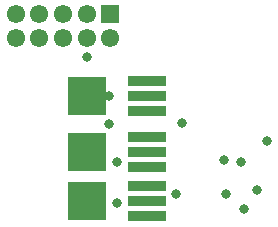
<source format=gts>
G04*
G04 #@! TF.GenerationSoftware,Altium Limited,Altium Designer,19.1.8 (144)*
G04*
G04 Layer_Color=8388736*
%FSLAX43Y43*%
%MOMM*%
G71*
G01*
G75*
%ADD13R,3.203X3.203*%
%ADD14R,3.203X0.903*%
%ADD15R,1.553X1.553*%
%ADD16C,1.553*%
%ADD17C,0.803*%
D13*
X8428Y11500D02*
D03*
Y6810D02*
D03*
Y2620D02*
D03*
D14*
X13508Y12770D02*
D03*
Y11500D02*
D03*
Y10230D02*
D03*
Y8080D02*
D03*
Y6810D02*
D03*
Y5540D02*
D03*
Y3890D02*
D03*
Y2620D02*
D03*
Y1350D02*
D03*
D15*
X10426Y18440D02*
D03*
D16*
Y16440D02*
D03*
X8426Y18440D02*
D03*
Y16440D02*
D03*
X6426Y18440D02*
D03*
Y16440D02*
D03*
X4426Y18440D02*
D03*
Y16440D02*
D03*
X2426Y18440D02*
D03*
Y16440D02*
D03*
D17*
X16525Y9275D02*
D03*
X20037Y6071D02*
D03*
X10956Y2500D02*
D03*
Y5976D02*
D03*
X10355Y9134D02*
D03*
Y11500D02*
D03*
X22835Y3607D02*
D03*
X21529Y5979D02*
D03*
X20250Y3200D02*
D03*
X23698Y7696D02*
D03*
X15977Y3251D02*
D03*
X21768Y1930D02*
D03*
X8428Y14855D02*
D03*
M02*

</source>
